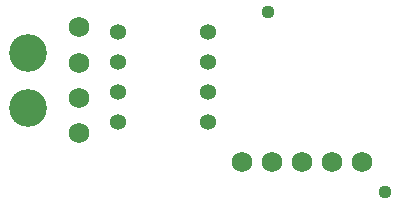
<source format=gbs>
G04 EAGLE Gerber X2 export*
G75*
%MOMM*%
%FSLAX34Y34*%
%LPD*%
%AMOC8*
5,1,8,0,0,1.08239X$1,22.5*%
G01*
%ADD10C,1.361200*%
%ADD11C,3.203200*%
%ADD12C,1.733200*%
%ADD13C,1.727200*%
%ADD14C,1.109600*%


D10*
X198900Y213700D03*
X198900Y188300D03*
X198900Y162900D03*
X198900Y137500D03*
X122700Y137500D03*
X122700Y162900D03*
X122700Y188300D03*
X122700Y213700D03*
D11*
X46500Y196500D03*
X46500Y149500D03*
D12*
X89700Y218000D03*
X89700Y188000D03*
X89700Y158000D03*
X89700Y128000D03*
D13*
X227550Y103700D03*
X252950Y103700D03*
X278350Y103700D03*
X303750Y103700D03*
X329150Y103700D03*
D14*
X248920Y231140D03*
X347980Y78740D03*
M02*

</source>
